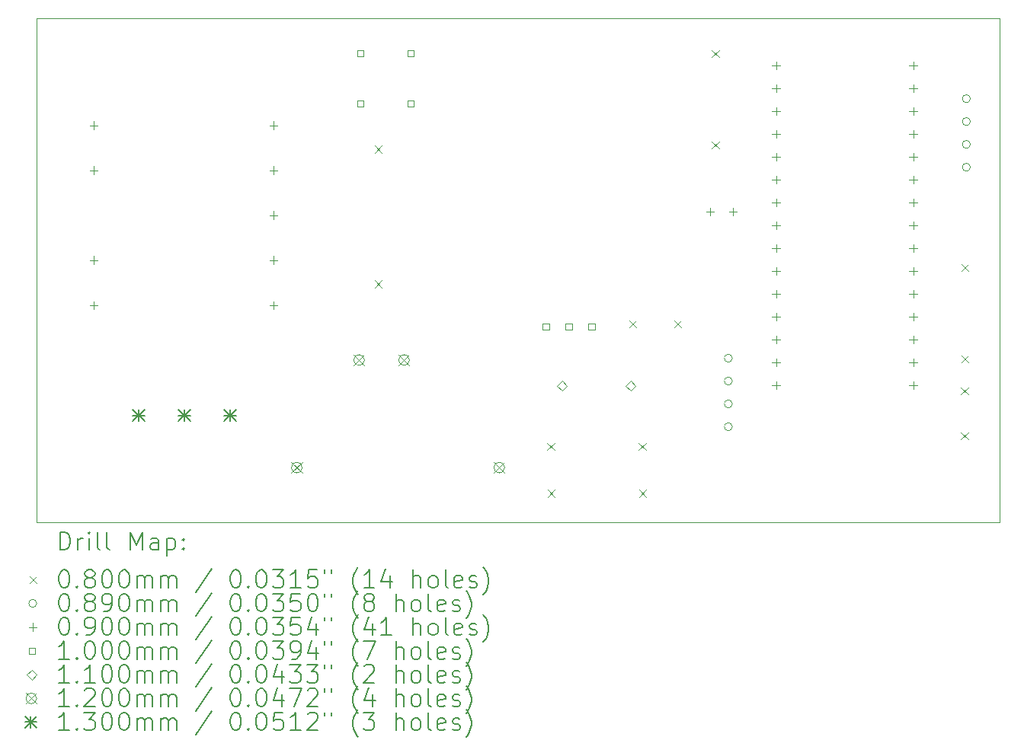
<source format=gbr>
%TF.GenerationSoftware,KiCad,Pcbnew,(6.0.7)*%
%TF.CreationDate,2022-10-25T14:45:11+02:00*%
%TF.ProjectId,Affichage_Temp_Humidite,41666669-6368-4616-9765-5f54656d705f,rev?*%
%TF.SameCoordinates,Original*%
%TF.FileFunction,Drillmap*%
%TF.FilePolarity,Positive*%
%FSLAX45Y45*%
G04 Gerber Fmt 4.5, Leading zero omitted, Abs format (unit mm)*
G04 Created by KiCad (PCBNEW (6.0.7)) date 2022-10-25 14:45:11*
%MOMM*%
%LPD*%
G01*
G04 APERTURE LIST*
%ADD10C,0.050000*%
%ADD11C,0.200000*%
%ADD12C,0.080000*%
%ADD13C,0.089000*%
%ADD14C,0.090000*%
%ADD15C,0.100000*%
%ADD16C,0.110000*%
%ADD17C,0.120000*%
%ADD18C,0.130000*%
G04 APERTURE END LIST*
D10*
X7400000Y-4000000D02*
X18100000Y-4000000D01*
X7400000Y-4000000D02*
X7400000Y-9600000D01*
X7400000Y-9600000D02*
X18100000Y-9600000D01*
X18100000Y-4000000D02*
X18100000Y-9600000D01*
D11*
D12*
X11154000Y-5414000D02*
X11234000Y-5494000D01*
X11234000Y-5414000D02*
X11154000Y-5494000D01*
X11154000Y-6914000D02*
X11234000Y-6994000D01*
X11234000Y-6914000D02*
X11154000Y-6994000D01*
X13072000Y-8720000D02*
X13152000Y-8800000D01*
X13152000Y-8720000D02*
X13072000Y-8800000D01*
X13076000Y-9242000D02*
X13156000Y-9322000D01*
X13156000Y-9242000D02*
X13076000Y-9322000D01*
X13983000Y-7357000D02*
X14063000Y-7437000D01*
X14063000Y-7357000D02*
X13983000Y-7437000D01*
X14088000Y-8720000D02*
X14168000Y-8800000D01*
X14168000Y-8720000D02*
X14088000Y-8800000D01*
X14092000Y-9242000D02*
X14172000Y-9322000D01*
X14172000Y-9242000D02*
X14092000Y-9322000D01*
X14483000Y-7357000D02*
X14563000Y-7437000D01*
X14563000Y-7357000D02*
X14483000Y-7437000D01*
X14900000Y-4352000D02*
X14980000Y-4432000D01*
X14980000Y-4352000D02*
X14900000Y-4432000D01*
X14900000Y-5368000D02*
X14980000Y-5448000D01*
X14980000Y-5368000D02*
X14900000Y-5448000D01*
X17668000Y-8105000D02*
X17748000Y-8185000D01*
X17748000Y-8105000D02*
X17668000Y-8185000D01*
X17668000Y-8605000D02*
X17748000Y-8685000D01*
X17748000Y-8605000D02*
X17668000Y-8685000D01*
X17674000Y-6734000D02*
X17754000Y-6814000D01*
X17754000Y-6734000D02*
X17674000Y-6814000D01*
X17674000Y-7750000D02*
X17754000Y-7830000D01*
X17754000Y-7750000D02*
X17674000Y-7830000D01*
D13*
X15127500Y-7779000D02*
G75*
G03*
X15127500Y-7779000I-44500J0D01*
G01*
X15127500Y-8033000D02*
G75*
G03*
X15127500Y-8033000I-44500J0D01*
G01*
X15127500Y-8287000D02*
G75*
G03*
X15127500Y-8287000I-44500J0D01*
G01*
X15127500Y-8541000D02*
G75*
G03*
X15127500Y-8541000I-44500J0D01*
G01*
X17772500Y-4894000D02*
G75*
G03*
X17772500Y-4894000I-44500J0D01*
G01*
X17772500Y-5148000D02*
G75*
G03*
X17772500Y-5148000I-44500J0D01*
G01*
X17772500Y-5402000D02*
G75*
G03*
X17772500Y-5402000I-44500J0D01*
G01*
X17772500Y-5656000D02*
G75*
G03*
X17772500Y-5656000I-44500J0D01*
G01*
D14*
X8030000Y-5145000D02*
X8030000Y-5235000D01*
X7985000Y-5190000D02*
X8075000Y-5190000D01*
X8030000Y-5645000D02*
X8030000Y-5735000D01*
X7985000Y-5690000D02*
X8075000Y-5690000D01*
X8030000Y-6645000D02*
X8030000Y-6735000D01*
X7985000Y-6690000D02*
X8075000Y-6690000D01*
X8030000Y-7145000D02*
X8030000Y-7235000D01*
X7985000Y-7190000D02*
X8075000Y-7190000D01*
X10030000Y-5145000D02*
X10030000Y-5235000D01*
X9985000Y-5190000D02*
X10075000Y-5190000D01*
X10030000Y-5645000D02*
X10030000Y-5735000D01*
X9985000Y-5690000D02*
X10075000Y-5690000D01*
X10030000Y-6145000D02*
X10030000Y-6235000D01*
X9985000Y-6190000D02*
X10075000Y-6190000D01*
X10030000Y-6645000D02*
X10030000Y-6735000D01*
X9985000Y-6690000D02*
X10075000Y-6690000D01*
X10030000Y-7145000D02*
X10030000Y-7235000D01*
X9985000Y-7190000D02*
X10075000Y-7190000D01*
X14880000Y-6105000D02*
X14880000Y-6195000D01*
X14835000Y-6150000D02*
X14925000Y-6150000D01*
X15134000Y-6105000D02*
X15134000Y-6195000D01*
X15089000Y-6150000D02*
X15179000Y-6150000D01*
X15613500Y-4478000D02*
X15613500Y-4568000D01*
X15568500Y-4523000D02*
X15658500Y-4523000D01*
X15613500Y-4732000D02*
X15613500Y-4822000D01*
X15568500Y-4777000D02*
X15658500Y-4777000D01*
X15613500Y-4986000D02*
X15613500Y-5076000D01*
X15568500Y-5031000D02*
X15658500Y-5031000D01*
X15613500Y-5240000D02*
X15613500Y-5330000D01*
X15568500Y-5285000D02*
X15658500Y-5285000D01*
X15613500Y-5494000D02*
X15613500Y-5584000D01*
X15568500Y-5539000D02*
X15658500Y-5539000D01*
X15613500Y-5748000D02*
X15613500Y-5838000D01*
X15568500Y-5793000D02*
X15658500Y-5793000D01*
X15613500Y-6002000D02*
X15613500Y-6092000D01*
X15568500Y-6047000D02*
X15658500Y-6047000D01*
X15613500Y-6256000D02*
X15613500Y-6346000D01*
X15568500Y-6301000D02*
X15658500Y-6301000D01*
X15613500Y-6510000D02*
X15613500Y-6600000D01*
X15568500Y-6555000D02*
X15658500Y-6555000D01*
X15613500Y-6764000D02*
X15613500Y-6854000D01*
X15568500Y-6809000D02*
X15658500Y-6809000D01*
X15613500Y-7018000D02*
X15613500Y-7108000D01*
X15568500Y-7063000D02*
X15658500Y-7063000D01*
X15613500Y-7272000D02*
X15613500Y-7362000D01*
X15568500Y-7317000D02*
X15658500Y-7317000D01*
X15613500Y-7526000D02*
X15613500Y-7616000D01*
X15568500Y-7571000D02*
X15658500Y-7571000D01*
X15613500Y-7780000D02*
X15613500Y-7870000D01*
X15568500Y-7825000D02*
X15658500Y-7825000D01*
X15613500Y-8034000D02*
X15613500Y-8124000D01*
X15568500Y-8079000D02*
X15658500Y-8079000D01*
X17137500Y-4478000D02*
X17137500Y-4568000D01*
X17092500Y-4523000D02*
X17182500Y-4523000D01*
X17137500Y-4732000D02*
X17137500Y-4822000D01*
X17092500Y-4777000D02*
X17182500Y-4777000D01*
X17137500Y-4986000D02*
X17137500Y-5076000D01*
X17092500Y-5031000D02*
X17182500Y-5031000D01*
X17137500Y-5240000D02*
X17137500Y-5330000D01*
X17092500Y-5285000D02*
X17182500Y-5285000D01*
X17137500Y-5494000D02*
X17137500Y-5584000D01*
X17092500Y-5539000D02*
X17182500Y-5539000D01*
X17137500Y-5748000D02*
X17137500Y-5838000D01*
X17092500Y-5793000D02*
X17182500Y-5793000D01*
X17137500Y-6002000D02*
X17137500Y-6092000D01*
X17092500Y-6047000D02*
X17182500Y-6047000D01*
X17137500Y-6256000D02*
X17137500Y-6346000D01*
X17092500Y-6301000D02*
X17182500Y-6301000D01*
X17137500Y-6510000D02*
X17137500Y-6600000D01*
X17092500Y-6555000D02*
X17182500Y-6555000D01*
X17137500Y-6764000D02*
X17137500Y-6854000D01*
X17092500Y-6809000D02*
X17182500Y-6809000D01*
X17137500Y-7018000D02*
X17137500Y-7108000D01*
X17092500Y-7063000D02*
X17182500Y-7063000D01*
X17137500Y-7272000D02*
X17137500Y-7362000D01*
X17092500Y-7317000D02*
X17182500Y-7317000D01*
X17137500Y-7526000D02*
X17137500Y-7616000D01*
X17092500Y-7571000D02*
X17182500Y-7571000D01*
X17137500Y-7780000D02*
X17137500Y-7870000D01*
X17092500Y-7825000D02*
X17182500Y-7825000D01*
X17137500Y-8034000D02*
X17137500Y-8124000D01*
X17092500Y-8079000D02*
X17182500Y-8079000D01*
D15*
X11031386Y-4424596D02*
X11031386Y-4353884D01*
X10960674Y-4353884D01*
X10960674Y-4424596D01*
X11031386Y-4424596D01*
X11031386Y-4984596D02*
X11031386Y-4913884D01*
X10960674Y-4913884D01*
X10960674Y-4984596D01*
X11031386Y-4984596D01*
X11591386Y-4424596D02*
X11591386Y-4353884D01*
X11520674Y-4353884D01*
X11520674Y-4424596D01*
X11591386Y-4424596D01*
X11591386Y-4984596D02*
X11591386Y-4913884D01*
X11520674Y-4913884D01*
X11520674Y-4984596D01*
X11591386Y-4984596D01*
X13090356Y-7462356D02*
X13090356Y-7391644D01*
X13019644Y-7391644D01*
X13019644Y-7462356D01*
X13090356Y-7462356D01*
X13344356Y-7462356D02*
X13344356Y-7391644D01*
X13273644Y-7391644D01*
X13273644Y-7462356D01*
X13344356Y-7462356D01*
X13598356Y-7462356D02*
X13598356Y-7391644D01*
X13527644Y-7391644D01*
X13527644Y-7462356D01*
X13598356Y-7462356D01*
D16*
X13237000Y-8143000D02*
X13292000Y-8088000D01*
X13237000Y-8033000D01*
X13182000Y-8088000D01*
X13237000Y-8143000D01*
X13999000Y-8143000D02*
X14054000Y-8088000D01*
X13999000Y-8033000D01*
X13944000Y-8088000D01*
X13999000Y-8143000D01*
D17*
X10228000Y-8936000D02*
X10348000Y-9056000D01*
X10348000Y-8936000D02*
X10228000Y-9056000D01*
X10348000Y-8996000D02*
G75*
G03*
X10348000Y-8996000I-60000J0D01*
G01*
X10920000Y-7740000D02*
X11040000Y-7860000D01*
X11040000Y-7740000D02*
X10920000Y-7860000D01*
X11040000Y-7800000D02*
G75*
G03*
X11040000Y-7800000I-60000J0D01*
G01*
X11420000Y-7740000D02*
X11540000Y-7860000D01*
X11540000Y-7740000D02*
X11420000Y-7860000D01*
X11540000Y-7800000D02*
G75*
G03*
X11540000Y-7800000I-60000J0D01*
G01*
X12478000Y-8936000D02*
X12598000Y-9056000D01*
X12598000Y-8936000D02*
X12478000Y-9056000D01*
X12598000Y-8996000D02*
G75*
G03*
X12598000Y-8996000I-60000J0D01*
G01*
D18*
X8465000Y-8352000D02*
X8595000Y-8482000D01*
X8595000Y-8352000D02*
X8465000Y-8482000D01*
X8530000Y-8352000D02*
X8530000Y-8482000D01*
X8465000Y-8417000D02*
X8595000Y-8417000D01*
X8973000Y-8352000D02*
X9103000Y-8482000D01*
X9103000Y-8352000D02*
X8973000Y-8482000D01*
X9038000Y-8352000D02*
X9038000Y-8482000D01*
X8973000Y-8417000D02*
X9103000Y-8417000D01*
X9481000Y-8352000D02*
X9611000Y-8482000D01*
X9611000Y-8352000D02*
X9481000Y-8482000D01*
X9546000Y-8352000D02*
X9546000Y-8482000D01*
X9481000Y-8417000D02*
X9611000Y-8417000D01*
D11*
X7655119Y-9912976D02*
X7655119Y-9712976D01*
X7702738Y-9712976D01*
X7731309Y-9722500D01*
X7750357Y-9741548D01*
X7759881Y-9760595D01*
X7769405Y-9798690D01*
X7769405Y-9827262D01*
X7759881Y-9865357D01*
X7750357Y-9884405D01*
X7731309Y-9903452D01*
X7702738Y-9912976D01*
X7655119Y-9912976D01*
X7855119Y-9912976D02*
X7855119Y-9779643D01*
X7855119Y-9817738D02*
X7864643Y-9798690D01*
X7874167Y-9789167D01*
X7893214Y-9779643D01*
X7912262Y-9779643D01*
X7978928Y-9912976D02*
X7978928Y-9779643D01*
X7978928Y-9712976D02*
X7969405Y-9722500D01*
X7978928Y-9732024D01*
X7988452Y-9722500D01*
X7978928Y-9712976D01*
X7978928Y-9732024D01*
X8102738Y-9912976D02*
X8083690Y-9903452D01*
X8074167Y-9884405D01*
X8074167Y-9712976D01*
X8207500Y-9912976D02*
X8188452Y-9903452D01*
X8178928Y-9884405D01*
X8178928Y-9712976D01*
X8436071Y-9912976D02*
X8436071Y-9712976D01*
X8502738Y-9855833D01*
X8569405Y-9712976D01*
X8569405Y-9912976D01*
X8750357Y-9912976D02*
X8750357Y-9808214D01*
X8740833Y-9789167D01*
X8721786Y-9779643D01*
X8683690Y-9779643D01*
X8664643Y-9789167D01*
X8750357Y-9903452D02*
X8731310Y-9912976D01*
X8683690Y-9912976D01*
X8664643Y-9903452D01*
X8655119Y-9884405D01*
X8655119Y-9865357D01*
X8664643Y-9846310D01*
X8683690Y-9836786D01*
X8731310Y-9836786D01*
X8750357Y-9827262D01*
X8845595Y-9779643D02*
X8845595Y-9979643D01*
X8845595Y-9789167D02*
X8864643Y-9779643D01*
X8902738Y-9779643D01*
X8921786Y-9789167D01*
X8931310Y-9798690D01*
X8940833Y-9817738D01*
X8940833Y-9874881D01*
X8931310Y-9893929D01*
X8921786Y-9903452D01*
X8902738Y-9912976D01*
X8864643Y-9912976D01*
X8845595Y-9903452D01*
X9026548Y-9893929D02*
X9036071Y-9903452D01*
X9026548Y-9912976D01*
X9017024Y-9903452D01*
X9026548Y-9893929D01*
X9026548Y-9912976D01*
X9026548Y-9789167D02*
X9036071Y-9798690D01*
X9026548Y-9808214D01*
X9017024Y-9798690D01*
X9026548Y-9789167D01*
X9026548Y-9808214D01*
D12*
X7317500Y-10202500D02*
X7397500Y-10282500D01*
X7397500Y-10202500D02*
X7317500Y-10282500D01*
D11*
X7693214Y-10132976D02*
X7712262Y-10132976D01*
X7731309Y-10142500D01*
X7740833Y-10152024D01*
X7750357Y-10171071D01*
X7759881Y-10209167D01*
X7759881Y-10256786D01*
X7750357Y-10294881D01*
X7740833Y-10313929D01*
X7731309Y-10323452D01*
X7712262Y-10332976D01*
X7693214Y-10332976D01*
X7674167Y-10323452D01*
X7664643Y-10313929D01*
X7655119Y-10294881D01*
X7645595Y-10256786D01*
X7645595Y-10209167D01*
X7655119Y-10171071D01*
X7664643Y-10152024D01*
X7674167Y-10142500D01*
X7693214Y-10132976D01*
X7845595Y-10313929D02*
X7855119Y-10323452D01*
X7845595Y-10332976D01*
X7836071Y-10323452D01*
X7845595Y-10313929D01*
X7845595Y-10332976D01*
X7969405Y-10218690D02*
X7950357Y-10209167D01*
X7940833Y-10199643D01*
X7931309Y-10180595D01*
X7931309Y-10171071D01*
X7940833Y-10152024D01*
X7950357Y-10142500D01*
X7969405Y-10132976D01*
X8007500Y-10132976D01*
X8026548Y-10142500D01*
X8036071Y-10152024D01*
X8045595Y-10171071D01*
X8045595Y-10180595D01*
X8036071Y-10199643D01*
X8026548Y-10209167D01*
X8007500Y-10218690D01*
X7969405Y-10218690D01*
X7950357Y-10228214D01*
X7940833Y-10237738D01*
X7931309Y-10256786D01*
X7931309Y-10294881D01*
X7940833Y-10313929D01*
X7950357Y-10323452D01*
X7969405Y-10332976D01*
X8007500Y-10332976D01*
X8026548Y-10323452D01*
X8036071Y-10313929D01*
X8045595Y-10294881D01*
X8045595Y-10256786D01*
X8036071Y-10237738D01*
X8026548Y-10228214D01*
X8007500Y-10218690D01*
X8169405Y-10132976D02*
X8188452Y-10132976D01*
X8207500Y-10142500D01*
X8217024Y-10152024D01*
X8226548Y-10171071D01*
X8236071Y-10209167D01*
X8236071Y-10256786D01*
X8226548Y-10294881D01*
X8217024Y-10313929D01*
X8207500Y-10323452D01*
X8188452Y-10332976D01*
X8169405Y-10332976D01*
X8150357Y-10323452D01*
X8140833Y-10313929D01*
X8131309Y-10294881D01*
X8121786Y-10256786D01*
X8121786Y-10209167D01*
X8131309Y-10171071D01*
X8140833Y-10152024D01*
X8150357Y-10142500D01*
X8169405Y-10132976D01*
X8359881Y-10132976D02*
X8378928Y-10132976D01*
X8397976Y-10142500D01*
X8407500Y-10152024D01*
X8417024Y-10171071D01*
X8426548Y-10209167D01*
X8426548Y-10256786D01*
X8417024Y-10294881D01*
X8407500Y-10313929D01*
X8397976Y-10323452D01*
X8378928Y-10332976D01*
X8359881Y-10332976D01*
X8340833Y-10323452D01*
X8331309Y-10313929D01*
X8321786Y-10294881D01*
X8312262Y-10256786D01*
X8312262Y-10209167D01*
X8321786Y-10171071D01*
X8331309Y-10152024D01*
X8340833Y-10142500D01*
X8359881Y-10132976D01*
X8512262Y-10332976D02*
X8512262Y-10199643D01*
X8512262Y-10218690D02*
X8521786Y-10209167D01*
X8540833Y-10199643D01*
X8569405Y-10199643D01*
X8588452Y-10209167D01*
X8597976Y-10228214D01*
X8597976Y-10332976D01*
X8597976Y-10228214D02*
X8607500Y-10209167D01*
X8626548Y-10199643D01*
X8655119Y-10199643D01*
X8674167Y-10209167D01*
X8683690Y-10228214D01*
X8683690Y-10332976D01*
X8778929Y-10332976D02*
X8778929Y-10199643D01*
X8778929Y-10218690D02*
X8788452Y-10209167D01*
X8807500Y-10199643D01*
X8836071Y-10199643D01*
X8855119Y-10209167D01*
X8864643Y-10228214D01*
X8864643Y-10332976D01*
X8864643Y-10228214D02*
X8874167Y-10209167D01*
X8893214Y-10199643D01*
X8921786Y-10199643D01*
X8940833Y-10209167D01*
X8950357Y-10228214D01*
X8950357Y-10332976D01*
X9340833Y-10123452D02*
X9169405Y-10380595D01*
X9597976Y-10132976D02*
X9617024Y-10132976D01*
X9636071Y-10142500D01*
X9645595Y-10152024D01*
X9655119Y-10171071D01*
X9664643Y-10209167D01*
X9664643Y-10256786D01*
X9655119Y-10294881D01*
X9645595Y-10313929D01*
X9636071Y-10323452D01*
X9617024Y-10332976D01*
X9597976Y-10332976D01*
X9578929Y-10323452D01*
X9569405Y-10313929D01*
X9559881Y-10294881D01*
X9550357Y-10256786D01*
X9550357Y-10209167D01*
X9559881Y-10171071D01*
X9569405Y-10152024D01*
X9578929Y-10142500D01*
X9597976Y-10132976D01*
X9750357Y-10313929D02*
X9759881Y-10323452D01*
X9750357Y-10332976D01*
X9740833Y-10323452D01*
X9750357Y-10313929D01*
X9750357Y-10332976D01*
X9883690Y-10132976D02*
X9902738Y-10132976D01*
X9921786Y-10142500D01*
X9931310Y-10152024D01*
X9940833Y-10171071D01*
X9950357Y-10209167D01*
X9950357Y-10256786D01*
X9940833Y-10294881D01*
X9931310Y-10313929D01*
X9921786Y-10323452D01*
X9902738Y-10332976D01*
X9883690Y-10332976D01*
X9864643Y-10323452D01*
X9855119Y-10313929D01*
X9845595Y-10294881D01*
X9836071Y-10256786D01*
X9836071Y-10209167D01*
X9845595Y-10171071D01*
X9855119Y-10152024D01*
X9864643Y-10142500D01*
X9883690Y-10132976D01*
X10017024Y-10132976D02*
X10140833Y-10132976D01*
X10074167Y-10209167D01*
X10102738Y-10209167D01*
X10121786Y-10218690D01*
X10131310Y-10228214D01*
X10140833Y-10247262D01*
X10140833Y-10294881D01*
X10131310Y-10313929D01*
X10121786Y-10323452D01*
X10102738Y-10332976D01*
X10045595Y-10332976D01*
X10026548Y-10323452D01*
X10017024Y-10313929D01*
X10331310Y-10332976D02*
X10217024Y-10332976D01*
X10274167Y-10332976D02*
X10274167Y-10132976D01*
X10255119Y-10161548D01*
X10236071Y-10180595D01*
X10217024Y-10190119D01*
X10512262Y-10132976D02*
X10417024Y-10132976D01*
X10407500Y-10228214D01*
X10417024Y-10218690D01*
X10436071Y-10209167D01*
X10483690Y-10209167D01*
X10502738Y-10218690D01*
X10512262Y-10228214D01*
X10521786Y-10247262D01*
X10521786Y-10294881D01*
X10512262Y-10313929D01*
X10502738Y-10323452D01*
X10483690Y-10332976D01*
X10436071Y-10332976D01*
X10417024Y-10323452D01*
X10407500Y-10313929D01*
X10597976Y-10132976D02*
X10597976Y-10171071D01*
X10674167Y-10132976D02*
X10674167Y-10171071D01*
X10969405Y-10409167D02*
X10959881Y-10399643D01*
X10940833Y-10371071D01*
X10931310Y-10352024D01*
X10921786Y-10323452D01*
X10912262Y-10275833D01*
X10912262Y-10237738D01*
X10921786Y-10190119D01*
X10931310Y-10161548D01*
X10940833Y-10142500D01*
X10959881Y-10113929D01*
X10969405Y-10104405D01*
X11150357Y-10332976D02*
X11036071Y-10332976D01*
X11093214Y-10332976D02*
X11093214Y-10132976D01*
X11074167Y-10161548D01*
X11055119Y-10180595D01*
X11036071Y-10190119D01*
X11321786Y-10199643D02*
X11321786Y-10332976D01*
X11274167Y-10123452D02*
X11226548Y-10266310D01*
X11350357Y-10266310D01*
X11578928Y-10332976D02*
X11578928Y-10132976D01*
X11664643Y-10332976D02*
X11664643Y-10228214D01*
X11655119Y-10209167D01*
X11636071Y-10199643D01*
X11607500Y-10199643D01*
X11588452Y-10209167D01*
X11578928Y-10218690D01*
X11788452Y-10332976D02*
X11769405Y-10323452D01*
X11759881Y-10313929D01*
X11750357Y-10294881D01*
X11750357Y-10237738D01*
X11759881Y-10218690D01*
X11769405Y-10209167D01*
X11788452Y-10199643D01*
X11817024Y-10199643D01*
X11836071Y-10209167D01*
X11845595Y-10218690D01*
X11855119Y-10237738D01*
X11855119Y-10294881D01*
X11845595Y-10313929D01*
X11836071Y-10323452D01*
X11817024Y-10332976D01*
X11788452Y-10332976D01*
X11969405Y-10332976D02*
X11950357Y-10323452D01*
X11940833Y-10304405D01*
X11940833Y-10132976D01*
X12121786Y-10323452D02*
X12102738Y-10332976D01*
X12064643Y-10332976D01*
X12045595Y-10323452D01*
X12036071Y-10304405D01*
X12036071Y-10228214D01*
X12045595Y-10209167D01*
X12064643Y-10199643D01*
X12102738Y-10199643D01*
X12121786Y-10209167D01*
X12131309Y-10228214D01*
X12131309Y-10247262D01*
X12036071Y-10266310D01*
X12207500Y-10323452D02*
X12226548Y-10332976D01*
X12264643Y-10332976D01*
X12283690Y-10323452D01*
X12293214Y-10304405D01*
X12293214Y-10294881D01*
X12283690Y-10275833D01*
X12264643Y-10266310D01*
X12236071Y-10266310D01*
X12217024Y-10256786D01*
X12207500Y-10237738D01*
X12207500Y-10228214D01*
X12217024Y-10209167D01*
X12236071Y-10199643D01*
X12264643Y-10199643D01*
X12283690Y-10209167D01*
X12359881Y-10409167D02*
X12369405Y-10399643D01*
X12388452Y-10371071D01*
X12397976Y-10352024D01*
X12407500Y-10323452D01*
X12417024Y-10275833D01*
X12417024Y-10237738D01*
X12407500Y-10190119D01*
X12397976Y-10161548D01*
X12388452Y-10142500D01*
X12369405Y-10113929D01*
X12359881Y-10104405D01*
D13*
X7397500Y-10506500D02*
G75*
G03*
X7397500Y-10506500I-44500J0D01*
G01*
D11*
X7693214Y-10396976D02*
X7712262Y-10396976D01*
X7731309Y-10406500D01*
X7740833Y-10416024D01*
X7750357Y-10435071D01*
X7759881Y-10473167D01*
X7759881Y-10520786D01*
X7750357Y-10558881D01*
X7740833Y-10577929D01*
X7731309Y-10587452D01*
X7712262Y-10596976D01*
X7693214Y-10596976D01*
X7674167Y-10587452D01*
X7664643Y-10577929D01*
X7655119Y-10558881D01*
X7645595Y-10520786D01*
X7645595Y-10473167D01*
X7655119Y-10435071D01*
X7664643Y-10416024D01*
X7674167Y-10406500D01*
X7693214Y-10396976D01*
X7845595Y-10577929D02*
X7855119Y-10587452D01*
X7845595Y-10596976D01*
X7836071Y-10587452D01*
X7845595Y-10577929D01*
X7845595Y-10596976D01*
X7969405Y-10482690D02*
X7950357Y-10473167D01*
X7940833Y-10463643D01*
X7931309Y-10444595D01*
X7931309Y-10435071D01*
X7940833Y-10416024D01*
X7950357Y-10406500D01*
X7969405Y-10396976D01*
X8007500Y-10396976D01*
X8026548Y-10406500D01*
X8036071Y-10416024D01*
X8045595Y-10435071D01*
X8045595Y-10444595D01*
X8036071Y-10463643D01*
X8026548Y-10473167D01*
X8007500Y-10482690D01*
X7969405Y-10482690D01*
X7950357Y-10492214D01*
X7940833Y-10501738D01*
X7931309Y-10520786D01*
X7931309Y-10558881D01*
X7940833Y-10577929D01*
X7950357Y-10587452D01*
X7969405Y-10596976D01*
X8007500Y-10596976D01*
X8026548Y-10587452D01*
X8036071Y-10577929D01*
X8045595Y-10558881D01*
X8045595Y-10520786D01*
X8036071Y-10501738D01*
X8026548Y-10492214D01*
X8007500Y-10482690D01*
X8140833Y-10596976D02*
X8178928Y-10596976D01*
X8197976Y-10587452D01*
X8207500Y-10577929D01*
X8226548Y-10549357D01*
X8236071Y-10511262D01*
X8236071Y-10435071D01*
X8226548Y-10416024D01*
X8217024Y-10406500D01*
X8197976Y-10396976D01*
X8159881Y-10396976D01*
X8140833Y-10406500D01*
X8131309Y-10416024D01*
X8121786Y-10435071D01*
X8121786Y-10482690D01*
X8131309Y-10501738D01*
X8140833Y-10511262D01*
X8159881Y-10520786D01*
X8197976Y-10520786D01*
X8217024Y-10511262D01*
X8226548Y-10501738D01*
X8236071Y-10482690D01*
X8359881Y-10396976D02*
X8378928Y-10396976D01*
X8397976Y-10406500D01*
X8407500Y-10416024D01*
X8417024Y-10435071D01*
X8426548Y-10473167D01*
X8426548Y-10520786D01*
X8417024Y-10558881D01*
X8407500Y-10577929D01*
X8397976Y-10587452D01*
X8378928Y-10596976D01*
X8359881Y-10596976D01*
X8340833Y-10587452D01*
X8331309Y-10577929D01*
X8321786Y-10558881D01*
X8312262Y-10520786D01*
X8312262Y-10473167D01*
X8321786Y-10435071D01*
X8331309Y-10416024D01*
X8340833Y-10406500D01*
X8359881Y-10396976D01*
X8512262Y-10596976D02*
X8512262Y-10463643D01*
X8512262Y-10482690D02*
X8521786Y-10473167D01*
X8540833Y-10463643D01*
X8569405Y-10463643D01*
X8588452Y-10473167D01*
X8597976Y-10492214D01*
X8597976Y-10596976D01*
X8597976Y-10492214D02*
X8607500Y-10473167D01*
X8626548Y-10463643D01*
X8655119Y-10463643D01*
X8674167Y-10473167D01*
X8683690Y-10492214D01*
X8683690Y-10596976D01*
X8778929Y-10596976D02*
X8778929Y-10463643D01*
X8778929Y-10482690D02*
X8788452Y-10473167D01*
X8807500Y-10463643D01*
X8836071Y-10463643D01*
X8855119Y-10473167D01*
X8864643Y-10492214D01*
X8864643Y-10596976D01*
X8864643Y-10492214D02*
X8874167Y-10473167D01*
X8893214Y-10463643D01*
X8921786Y-10463643D01*
X8940833Y-10473167D01*
X8950357Y-10492214D01*
X8950357Y-10596976D01*
X9340833Y-10387452D02*
X9169405Y-10644595D01*
X9597976Y-10396976D02*
X9617024Y-10396976D01*
X9636071Y-10406500D01*
X9645595Y-10416024D01*
X9655119Y-10435071D01*
X9664643Y-10473167D01*
X9664643Y-10520786D01*
X9655119Y-10558881D01*
X9645595Y-10577929D01*
X9636071Y-10587452D01*
X9617024Y-10596976D01*
X9597976Y-10596976D01*
X9578929Y-10587452D01*
X9569405Y-10577929D01*
X9559881Y-10558881D01*
X9550357Y-10520786D01*
X9550357Y-10473167D01*
X9559881Y-10435071D01*
X9569405Y-10416024D01*
X9578929Y-10406500D01*
X9597976Y-10396976D01*
X9750357Y-10577929D02*
X9759881Y-10587452D01*
X9750357Y-10596976D01*
X9740833Y-10587452D01*
X9750357Y-10577929D01*
X9750357Y-10596976D01*
X9883690Y-10396976D02*
X9902738Y-10396976D01*
X9921786Y-10406500D01*
X9931310Y-10416024D01*
X9940833Y-10435071D01*
X9950357Y-10473167D01*
X9950357Y-10520786D01*
X9940833Y-10558881D01*
X9931310Y-10577929D01*
X9921786Y-10587452D01*
X9902738Y-10596976D01*
X9883690Y-10596976D01*
X9864643Y-10587452D01*
X9855119Y-10577929D01*
X9845595Y-10558881D01*
X9836071Y-10520786D01*
X9836071Y-10473167D01*
X9845595Y-10435071D01*
X9855119Y-10416024D01*
X9864643Y-10406500D01*
X9883690Y-10396976D01*
X10017024Y-10396976D02*
X10140833Y-10396976D01*
X10074167Y-10473167D01*
X10102738Y-10473167D01*
X10121786Y-10482690D01*
X10131310Y-10492214D01*
X10140833Y-10511262D01*
X10140833Y-10558881D01*
X10131310Y-10577929D01*
X10121786Y-10587452D01*
X10102738Y-10596976D01*
X10045595Y-10596976D01*
X10026548Y-10587452D01*
X10017024Y-10577929D01*
X10321786Y-10396976D02*
X10226548Y-10396976D01*
X10217024Y-10492214D01*
X10226548Y-10482690D01*
X10245595Y-10473167D01*
X10293214Y-10473167D01*
X10312262Y-10482690D01*
X10321786Y-10492214D01*
X10331310Y-10511262D01*
X10331310Y-10558881D01*
X10321786Y-10577929D01*
X10312262Y-10587452D01*
X10293214Y-10596976D01*
X10245595Y-10596976D01*
X10226548Y-10587452D01*
X10217024Y-10577929D01*
X10455119Y-10396976D02*
X10474167Y-10396976D01*
X10493214Y-10406500D01*
X10502738Y-10416024D01*
X10512262Y-10435071D01*
X10521786Y-10473167D01*
X10521786Y-10520786D01*
X10512262Y-10558881D01*
X10502738Y-10577929D01*
X10493214Y-10587452D01*
X10474167Y-10596976D01*
X10455119Y-10596976D01*
X10436071Y-10587452D01*
X10426548Y-10577929D01*
X10417024Y-10558881D01*
X10407500Y-10520786D01*
X10407500Y-10473167D01*
X10417024Y-10435071D01*
X10426548Y-10416024D01*
X10436071Y-10406500D01*
X10455119Y-10396976D01*
X10597976Y-10396976D02*
X10597976Y-10435071D01*
X10674167Y-10396976D02*
X10674167Y-10435071D01*
X10969405Y-10673167D02*
X10959881Y-10663643D01*
X10940833Y-10635071D01*
X10931310Y-10616024D01*
X10921786Y-10587452D01*
X10912262Y-10539833D01*
X10912262Y-10501738D01*
X10921786Y-10454119D01*
X10931310Y-10425548D01*
X10940833Y-10406500D01*
X10959881Y-10377929D01*
X10969405Y-10368405D01*
X11074167Y-10482690D02*
X11055119Y-10473167D01*
X11045595Y-10463643D01*
X11036071Y-10444595D01*
X11036071Y-10435071D01*
X11045595Y-10416024D01*
X11055119Y-10406500D01*
X11074167Y-10396976D01*
X11112262Y-10396976D01*
X11131310Y-10406500D01*
X11140833Y-10416024D01*
X11150357Y-10435071D01*
X11150357Y-10444595D01*
X11140833Y-10463643D01*
X11131310Y-10473167D01*
X11112262Y-10482690D01*
X11074167Y-10482690D01*
X11055119Y-10492214D01*
X11045595Y-10501738D01*
X11036071Y-10520786D01*
X11036071Y-10558881D01*
X11045595Y-10577929D01*
X11055119Y-10587452D01*
X11074167Y-10596976D01*
X11112262Y-10596976D01*
X11131310Y-10587452D01*
X11140833Y-10577929D01*
X11150357Y-10558881D01*
X11150357Y-10520786D01*
X11140833Y-10501738D01*
X11131310Y-10492214D01*
X11112262Y-10482690D01*
X11388452Y-10596976D02*
X11388452Y-10396976D01*
X11474167Y-10596976D02*
X11474167Y-10492214D01*
X11464643Y-10473167D01*
X11445595Y-10463643D01*
X11417024Y-10463643D01*
X11397976Y-10473167D01*
X11388452Y-10482690D01*
X11597976Y-10596976D02*
X11578928Y-10587452D01*
X11569405Y-10577929D01*
X11559881Y-10558881D01*
X11559881Y-10501738D01*
X11569405Y-10482690D01*
X11578928Y-10473167D01*
X11597976Y-10463643D01*
X11626548Y-10463643D01*
X11645595Y-10473167D01*
X11655119Y-10482690D01*
X11664643Y-10501738D01*
X11664643Y-10558881D01*
X11655119Y-10577929D01*
X11645595Y-10587452D01*
X11626548Y-10596976D01*
X11597976Y-10596976D01*
X11778928Y-10596976D02*
X11759881Y-10587452D01*
X11750357Y-10568405D01*
X11750357Y-10396976D01*
X11931309Y-10587452D02*
X11912262Y-10596976D01*
X11874167Y-10596976D01*
X11855119Y-10587452D01*
X11845595Y-10568405D01*
X11845595Y-10492214D01*
X11855119Y-10473167D01*
X11874167Y-10463643D01*
X11912262Y-10463643D01*
X11931309Y-10473167D01*
X11940833Y-10492214D01*
X11940833Y-10511262D01*
X11845595Y-10530310D01*
X12017024Y-10587452D02*
X12036071Y-10596976D01*
X12074167Y-10596976D01*
X12093214Y-10587452D01*
X12102738Y-10568405D01*
X12102738Y-10558881D01*
X12093214Y-10539833D01*
X12074167Y-10530310D01*
X12045595Y-10530310D01*
X12026548Y-10520786D01*
X12017024Y-10501738D01*
X12017024Y-10492214D01*
X12026548Y-10473167D01*
X12045595Y-10463643D01*
X12074167Y-10463643D01*
X12093214Y-10473167D01*
X12169405Y-10673167D02*
X12178928Y-10663643D01*
X12197976Y-10635071D01*
X12207500Y-10616024D01*
X12217024Y-10587452D01*
X12226548Y-10539833D01*
X12226548Y-10501738D01*
X12217024Y-10454119D01*
X12207500Y-10425548D01*
X12197976Y-10406500D01*
X12178928Y-10377929D01*
X12169405Y-10368405D01*
D14*
X7352500Y-10725500D02*
X7352500Y-10815500D01*
X7307500Y-10770500D02*
X7397500Y-10770500D01*
D11*
X7693214Y-10660976D02*
X7712262Y-10660976D01*
X7731309Y-10670500D01*
X7740833Y-10680024D01*
X7750357Y-10699071D01*
X7759881Y-10737167D01*
X7759881Y-10784786D01*
X7750357Y-10822881D01*
X7740833Y-10841929D01*
X7731309Y-10851452D01*
X7712262Y-10860976D01*
X7693214Y-10860976D01*
X7674167Y-10851452D01*
X7664643Y-10841929D01*
X7655119Y-10822881D01*
X7645595Y-10784786D01*
X7645595Y-10737167D01*
X7655119Y-10699071D01*
X7664643Y-10680024D01*
X7674167Y-10670500D01*
X7693214Y-10660976D01*
X7845595Y-10841929D02*
X7855119Y-10851452D01*
X7845595Y-10860976D01*
X7836071Y-10851452D01*
X7845595Y-10841929D01*
X7845595Y-10860976D01*
X7950357Y-10860976D02*
X7988452Y-10860976D01*
X8007500Y-10851452D01*
X8017024Y-10841929D01*
X8036071Y-10813357D01*
X8045595Y-10775262D01*
X8045595Y-10699071D01*
X8036071Y-10680024D01*
X8026548Y-10670500D01*
X8007500Y-10660976D01*
X7969405Y-10660976D01*
X7950357Y-10670500D01*
X7940833Y-10680024D01*
X7931309Y-10699071D01*
X7931309Y-10746690D01*
X7940833Y-10765738D01*
X7950357Y-10775262D01*
X7969405Y-10784786D01*
X8007500Y-10784786D01*
X8026548Y-10775262D01*
X8036071Y-10765738D01*
X8045595Y-10746690D01*
X8169405Y-10660976D02*
X8188452Y-10660976D01*
X8207500Y-10670500D01*
X8217024Y-10680024D01*
X8226548Y-10699071D01*
X8236071Y-10737167D01*
X8236071Y-10784786D01*
X8226548Y-10822881D01*
X8217024Y-10841929D01*
X8207500Y-10851452D01*
X8188452Y-10860976D01*
X8169405Y-10860976D01*
X8150357Y-10851452D01*
X8140833Y-10841929D01*
X8131309Y-10822881D01*
X8121786Y-10784786D01*
X8121786Y-10737167D01*
X8131309Y-10699071D01*
X8140833Y-10680024D01*
X8150357Y-10670500D01*
X8169405Y-10660976D01*
X8359881Y-10660976D02*
X8378928Y-10660976D01*
X8397976Y-10670500D01*
X8407500Y-10680024D01*
X8417024Y-10699071D01*
X8426548Y-10737167D01*
X8426548Y-10784786D01*
X8417024Y-10822881D01*
X8407500Y-10841929D01*
X8397976Y-10851452D01*
X8378928Y-10860976D01*
X8359881Y-10860976D01*
X8340833Y-10851452D01*
X8331309Y-10841929D01*
X8321786Y-10822881D01*
X8312262Y-10784786D01*
X8312262Y-10737167D01*
X8321786Y-10699071D01*
X8331309Y-10680024D01*
X8340833Y-10670500D01*
X8359881Y-10660976D01*
X8512262Y-10860976D02*
X8512262Y-10727643D01*
X8512262Y-10746690D02*
X8521786Y-10737167D01*
X8540833Y-10727643D01*
X8569405Y-10727643D01*
X8588452Y-10737167D01*
X8597976Y-10756214D01*
X8597976Y-10860976D01*
X8597976Y-10756214D02*
X8607500Y-10737167D01*
X8626548Y-10727643D01*
X8655119Y-10727643D01*
X8674167Y-10737167D01*
X8683690Y-10756214D01*
X8683690Y-10860976D01*
X8778929Y-10860976D02*
X8778929Y-10727643D01*
X8778929Y-10746690D02*
X8788452Y-10737167D01*
X8807500Y-10727643D01*
X8836071Y-10727643D01*
X8855119Y-10737167D01*
X8864643Y-10756214D01*
X8864643Y-10860976D01*
X8864643Y-10756214D02*
X8874167Y-10737167D01*
X8893214Y-10727643D01*
X8921786Y-10727643D01*
X8940833Y-10737167D01*
X8950357Y-10756214D01*
X8950357Y-10860976D01*
X9340833Y-10651452D02*
X9169405Y-10908595D01*
X9597976Y-10660976D02*
X9617024Y-10660976D01*
X9636071Y-10670500D01*
X9645595Y-10680024D01*
X9655119Y-10699071D01*
X9664643Y-10737167D01*
X9664643Y-10784786D01*
X9655119Y-10822881D01*
X9645595Y-10841929D01*
X9636071Y-10851452D01*
X9617024Y-10860976D01*
X9597976Y-10860976D01*
X9578929Y-10851452D01*
X9569405Y-10841929D01*
X9559881Y-10822881D01*
X9550357Y-10784786D01*
X9550357Y-10737167D01*
X9559881Y-10699071D01*
X9569405Y-10680024D01*
X9578929Y-10670500D01*
X9597976Y-10660976D01*
X9750357Y-10841929D02*
X9759881Y-10851452D01*
X9750357Y-10860976D01*
X9740833Y-10851452D01*
X9750357Y-10841929D01*
X9750357Y-10860976D01*
X9883690Y-10660976D02*
X9902738Y-10660976D01*
X9921786Y-10670500D01*
X9931310Y-10680024D01*
X9940833Y-10699071D01*
X9950357Y-10737167D01*
X9950357Y-10784786D01*
X9940833Y-10822881D01*
X9931310Y-10841929D01*
X9921786Y-10851452D01*
X9902738Y-10860976D01*
X9883690Y-10860976D01*
X9864643Y-10851452D01*
X9855119Y-10841929D01*
X9845595Y-10822881D01*
X9836071Y-10784786D01*
X9836071Y-10737167D01*
X9845595Y-10699071D01*
X9855119Y-10680024D01*
X9864643Y-10670500D01*
X9883690Y-10660976D01*
X10017024Y-10660976D02*
X10140833Y-10660976D01*
X10074167Y-10737167D01*
X10102738Y-10737167D01*
X10121786Y-10746690D01*
X10131310Y-10756214D01*
X10140833Y-10775262D01*
X10140833Y-10822881D01*
X10131310Y-10841929D01*
X10121786Y-10851452D01*
X10102738Y-10860976D01*
X10045595Y-10860976D01*
X10026548Y-10851452D01*
X10017024Y-10841929D01*
X10321786Y-10660976D02*
X10226548Y-10660976D01*
X10217024Y-10756214D01*
X10226548Y-10746690D01*
X10245595Y-10737167D01*
X10293214Y-10737167D01*
X10312262Y-10746690D01*
X10321786Y-10756214D01*
X10331310Y-10775262D01*
X10331310Y-10822881D01*
X10321786Y-10841929D01*
X10312262Y-10851452D01*
X10293214Y-10860976D01*
X10245595Y-10860976D01*
X10226548Y-10851452D01*
X10217024Y-10841929D01*
X10502738Y-10727643D02*
X10502738Y-10860976D01*
X10455119Y-10651452D02*
X10407500Y-10794310D01*
X10531310Y-10794310D01*
X10597976Y-10660976D02*
X10597976Y-10699071D01*
X10674167Y-10660976D02*
X10674167Y-10699071D01*
X10969405Y-10937167D02*
X10959881Y-10927643D01*
X10940833Y-10899071D01*
X10931310Y-10880024D01*
X10921786Y-10851452D01*
X10912262Y-10803833D01*
X10912262Y-10765738D01*
X10921786Y-10718119D01*
X10931310Y-10689548D01*
X10940833Y-10670500D01*
X10959881Y-10641929D01*
X10969405Y-10632405D01*
X11131310Y-10727643D02*
X11131310Y-10860976D01*
X11083690Y-10651452D02*
X11036071Y-10794310D01*
X11159881Y-10794310D01*
X11340833Y-10860976D02*
X11226548Y-10860976D01*
X11283690Y-10860976D02*
X11283690Y-10660976D01*
X11264643Y-10689548D01*
X11245595Y-10708595D01*
X11226548Y-10718119D01*
X11578928Y-10860976D02*
X11578928Y-10660976D01*
X11664643Y-10860976D02*
X11664643Y-10756214D01*
X11655119Y-10737167D01*
X11636071Y-10727643D01*
X11607500Y-10727643D01*
X11588452Y-10737167D01*
X11578928Y-10746690D01*
X11788452Y-10860976D02*
X11769405Y-10851452D01*
X11759881Y-10841929D01*
X11750357Y-10822881D01*
X11750357Y-10765738D01*
X11759881Y-10746690D01*
X11769405Y-10737167D01*
X11788452Y-10727643D01*
X11817024Y-10727643D01*
X11836071Y-10737167D01*
X11845595Y-10746690D01*
X11855119Y-10765738D01*
X11855119Y-10822881D01*
X11845595Y-10841929D01*
X11836071Y-10851452D01*
X11817024Y-10860976D01*
X11788452Y-10860976D01*
X11969405Y-10860976D02*
X11950357Y-10851452D01*
X11940833Y-10832405D01*
X11940833Y-10660976D01*
X12121786Y-10851452D02*
X12102738Y-10860976D01*
X12064643Y-10860976D01*
X12045595Y-10851452D01*
X12036071Y-10832405D01*
X12036071Y-10756214D01*
X12045595Y-10737167D01*
X12064643Y-10727643D01*
X12102738Y-10727643D01*
X12121786Y-10737167D01*
X12131309Y-10756214D01*
X12131309Y-10775262D01*
X12036071Y-10794310D01*
X12207500Y-10851452D02*
X12226548Y-10860976D01*
X12264643Y-10860976D01*
X12283690Y-10851452D01*
X12293214Y-10832405D01*
X12293214Y-10822881D01*
X12283690Y-10803833D01*
X12264643Y-10794310D01*
X12236071Y-10794310D01*
X12217024Y-10784786D01*
X12207500Y-10765738D01*
X12207500Y-10756214D01*
X12217024Y-10737167D01*
X12236071Y-10727643D01*
X12264643Y-10727643D01*
X12283690Y-10737167D01*
X12359881Y-10937167D02*
X12369405Y-10927643D01*
X12388452Y-10899071D01*
X12397976Y-10880024D01*
X12407500Y-10851452D01*
X12417024Y-10803833D01*
X12417024Y-10765738D01*
X12407500Y-10718119D01*
X12397976Y-10689548D01*
X12388452Y-10670500D01*
X12369405Y-10641929D01*
X12359881Y-10632405D01*
D15*
X7382856Y-11069856D02*
X7382856Y-10999144D01*
X7312144Y-10999144D01*
X7312144Y-11069856D01*
X7382856Y-11069856D01*
D11*
X7759881Y-11124976D02*
X7645595Y-11124976D01*
X7702738Y-11124976D02*
X7702738Y-10924976D01*
X7683690Y-10953548D01*
X7664643Y-10972595D01*
X7645595Y-10982119D01*
X7845595Y-11105929D02*
X7855119Y-11115452D01*
X7845595Y-11124976D01*
X7836071Y-11115452D01*
X7845595Y-11105929D01*
X7845595Y-11124976D01*
X7978928Y-10924976D02*
X7997976Y-10924976D01*
X8017024Y-10934500D01*
X8026548Y-10944024D01*
X8036071Y-10963071D01*
X8045595Y-11001167D01*
X8045595Y-11048786D01*
X8036071Y-11086881D01*
X8026548Y-11105929D01*
X8017024Y-11115452D01*
X7997976Y-11124976D01*
X7978928Y-11124976D01*
X7959881Y-11115452D01*
X7950357Y-11105929D01*
X7940833Y-11086881D01*
X7931309Y-11048786D01*
X7931309Y-11001167D01*
X7940833Y-10963071D01*
X7950357Y-10944024D01*
X7959881Y-10934500D01*
X7978928Y-10924976D01*
X8169405Y-10924976D02*
X8188452Y-10924976D01*
X8207500Y-10934500D01*
X8217024Y-10944024D01*
X8226548Y-10963071D01*
X8236071Y-11001167D01*
X8236071Y-11048786D01*
X8226548Y-11086881D01*
X8217024Y-11105929D01*
X8207500Y-11115452D01*
X8188452Y-11124976D01*
X8169405Y-11124976D01*
X8150357Y-11115452D01*
X8140833Y-11105929D01*
X8131309Y-11086881D01*
X8121786Y-11048786D01*
X8121786Y-11001167D01*
X8131309Y-10963071D01*
X8140833Y-10944024D01*
X8150357Y-10934500D01*
X8169405Y-10924976D01*
X8359881Y-10924976D02*
X8378928Y-10924976D01*
X8397976Y-10934500D01*
X8407500Y-10944024D01*
X8417024Y-10963071D01*
X8426548Y-11001167D01*
X8426548Y-11048786D01*
X8417024Y-11086881D01*
X8407500Y-11105929D01*
X8397976Y-11115452D01*
X8378928Y-11124976D01*
X8359881Y-11124976D01*
X8340833Y-11115452D01*
X8331309Y-11105929D01*
X8321786Y-11086881D01*
X8312262Y-11048786D01*
X8312262Y-11001167D01*
X8321786Y-10963071D01*
X8331309Y-10944024D01*
X8340833Y-10934500D01*
X8359881Y-10924976D01*
X8512262Y-11124976D02*
X8512262Y-10991643D01*
X8512262Y-11010690D02*
X8521786Y-11001167D01*
X8540833Y-10991643D01*
X8569405Y-10991643D01*
X8588452Y-11001167D01*
X8597976Y-11020214D01*
X8597976Y-11124976D01*
X8597976Y-11020214D02*
X8607500Y-11001167D01*
X8626548Y-10991643D01*
X8655119Y-10991643D01*
X8674167Y-11001167D01*
X8683690Y-11020214D01*
X8683690Y-11124976D01*
X8778929Y-11124976D02*
X8778929Y-10991643D01*
X8778929Y-11010690D02*
X8788452Y-11001167D01*
X8807500Y-10991643D01*
X8836071Y-10991643D01*
X8855119Y-11001167D01*
X8864643Y-11020214D01*
X8864643Y-11124976D01*
X8864643Y-11020214D02*
X8874167Y-11001167D01*
X8893214Y-10991643D01*
X8921786Y-10991643D01*
X8940833Y-11001167D01*
X8950357Y-11020214D01*
X8950357Y-11124976D01*
X9340833Y-10915452D02*
X9169405Y-11172595D01*
X9597976Y-10924976D02*
X9617024Y-10924976D01*
X9636071Y-10934500D01*
X9645595Y-10944024D01*
X9655119Y-10963071D01*
X9664643Y-11001167D01*
X9664643Y-11048786D01*
X9655119Y-11086881D01*
X9645595Y-11105929D01*
X9636071Y-11115452D01*
X9617024Y-11124976D01*
X9597976Y-11124976D01*
X9578929Y-11115452D01*
X9569405Y-11105929D01*
X9559881Y-11086881D01*
X9550357Y-11048786D01*
X9550357Y-11001167D01*
X9559881Y-10963071D01*
X9569405Y-10944024D01*
X9578929Y-10934500D01*
X9597976Y-10924976D01*
X9750357Y-11105929D02*
X9759881Y-11115452D01*
X9750357Y-11124976D01*
X9740833Y-11115452D01*
X9750357Y-11105929D01*
X9750357Y-11124976D01*
X9883690Y-10924976D02*
X9902738Y-10924976D01*
X9921786Y-10934500D01*
X9931310Y-10944024D01*
X9940833Y-10963071D01*
X9950357Y-11001167D01*
X9950357Y-11048786D01*
X9940833Y-11086881D01*
X9931310Y-11105929D01*
X9921786Y-11115452D01*
X9902738Y-11124976D01*
X9883690Y-11124976D01*
X9864643Y-11115452D01*
X9855119Y-11105929D01*
X9845595Y-11086881D01*
X9836071Y-11048786D01*
X9836071Y-11001167D01*
X9845595Y-10963071D01*
X9855119Y-10944024D01*
X9864643Y-10934500D01*
X9883690Y-10924976D01*
X10017024Y-10924976D02*
X10140833Y-10924976D01*
X10074167Y-11001167D01*
X10102738Y-11001167D01*
X10121786Y-11010690D01*
X10131310Y-11020214D01*
X10140833Y-11039262D01*
X10140833Y-11086881D01*
X10131310Y-11105929D01*
X10121786Y-11115452D01*
X10102738Y-11124976D01*
X10045595Y-11124976D01*
X10026548Y-11115452D01*
X10017024Y-11105929D01*
X10236071Y-11124976D02*
X10274167Y-11124976D01*
X10293214Y-11115452D01*
X10302738Y-11105929D01*
X10321786Y-11077357D01*
X10331310Y-11039262D01*
X10331310Y-10963071D01*
X10321786Y-10944024D01*
X10312262Y-10934500D01*
X10293214Y-10924976D01*
X10255119Y-10924976D01*
X10236071Y-10934500D01*
X10226548Y-10944024D01*
X10217024Y-10963071D01*
X10217024Y-11010690D01*
X10226548Y-11029738D01*
X10236071Y-11039262D01*
X10255119Y-11048786D01*
X10293214Y-11048786D01*
X10312262Y-11039262D01*
X10321786Y-11029738D01*
X10331310Y-11010690D01*
X10502738Y-10991643D02*
X10502738Y-11124976D01*
X10455119Y-10915452D02*
X10407500Y-11058310D01*
X10531310Y-11058310D01*
X10597976Y-10924976D02*
X10597976Y-10963071D01*
X10674167Y-10924976D02*
X10674167Y-10963071D01*
X10969405Y-11201167D02*
X10959881Y-11191643D01*
X10940833Y-11163071D01*
X10931310Y-11144024D01*
X10921786Y-11115452D01*
X10912262Y-11067833D01*
X10912262Y-11029738D01*
X10921786Y-10982119D01*
X10931310Y-10953548D01*
X10940833Y-10934500D01*
X10959881Y-10905929D01*
X10969405Y-10896405D01*
X11026548Y-10924976D02*
X11159881Y-10924976D01*
X11074167Y-11124976D01*
X11388452Y-11124976D02*
X11388452Y-10924976D01*
X11474167Y-11124976D02*
X11474167Y-11020214D01*
X11464643Y-11001167D01*
X11445595Y-10991643D01*
X11417024Y-10991643D01*
X11397976Y-11001167D01*
X11388452Y-11010690D01*
X11597976Y-11124976D02*
X11578928Y-11115452D01*
X11569405Y-11105929D01*
X11559881Y-11086881D01*
X11559881Y-11029738D01*
X11569405Y-11010690D01*
X11578928Y-11001167D01*
X11597976Y-10991643D01*
X11626548Y-10991643D01*
X11645595Y-11001167D01*
X11655119Y-11010690D01*
X11664643Y-11029738D01*
X11664643Y-11086881D01*
X11655119Y-11105929D01*
X11645595Y-11115452D01*
X11626548Y-11124976D01*
X11597976Y-11124976D01*
X11778928Y-11124976D02*
X11759881Y-11115452D01*
X11750357Y-11096405D01*
X11750357Y-10924976D01*
X11931309Y-11115452D02*
X11912262Y-11124976D01*
X11874167Y-11124976D01*
X11855119Y-11115452D01*
X11845595Y-11096405D01*
X11845595Y-11020214D01*
X11855119Y-11001167D01*
X11874167Y-10991643D01*
X11912262Y-10991643D01*
X11931309Y-11001167D01*
X11940833Y-11020214D01*
X11940833Y-11039262D01*
X11845595Y-11058310D01*
X12017024Y-11115452D02*
X12036071Y-11124976D01*
X12074167Y-11124976D01*
X12093214Y-11115452D01*
X12102738Y-11096405D01*
X12102738Y-11086881D01*
X12093214Y-11067833D01*
X12074167Y-11058310D01*
X12045595Y-11058310D01*
X12026548Y-11048786D01*
X12017024Y-11029738D01*
X12017024Y-11020214D01*
X12026548Y-11001167D01*
X12045595Y-10991643D01*
X12074167Y-10991643D01*
X12093214Y-11001167D01*
X12169405Y-11201167D02*
X12178928Y-11191643D01*
X12197976Y-11163071D01*
X12207500Y-11144024D01*
X12217024Y-11115452D01*
X12226548Y-11067833D01*
X12226548Y-11029738D01*
X12217024Y-10982119D01*
X12207500Y-10953548D01*
X12197976Y-10934500D01*
X12178928Y-10905929D01*
X12169405Y-10896405D01*
D16*
X7342500Y-11353500D02*
X7397500Y-11298500D01*
X7342500Y-11243500D01*
X7287500Y-11298500D01*
X7342500Y-11353500D01*
D11*
X7759881Y-11388976D02*
X7645595Y-11388976D01*
X7702738Y-11388976D02*
X7702738Y-11188976D01*
X7683690Y-11217548D01*
X7664643Y-11236595D01*
X7645595Y-11246119D01*
X7845595Y-11369928D02*
X7855119Y-11379452D01*
X7845595Y-11388976D01*
X7836071Y-11379452D01*
X7845595Y-11369928D01*
X7845595Y-11388976D01*
X8045595Y-11388976D02*
X7931309Y-11388976D01*
X7988452Y-11388976D02*
X7988452Y-11188976D01*
X7969405Y-11217548D01*
X7950357Y-11236595D01*
X7931309Y-11246119D01*
X8169405Y-11188976D02*
X8188452Y-11188976D01*
X8207500Y-11198500D01*
X8217024Y-11208024D01*
X8226548Y-11227071D01*
X8236071Y-11265167D01*
X8236071Y-11312786D01*
X8226548Y-11350881D01*
X8217024Y-11369928D01*
X8207500Y-11379452D01*
X8188452Y-11388976D01*
X8169405Y-11388976D01*
X8150357Y-11379452D01*
X8140833Y-11369928D01*
X8131309Y-11350881D01*
X8121786Y-11312786D01*
X8121786Y-11265167D01*
X8131309Y-11227071D01*
X8140833Y-11208024D01*
X8150357Y-11198500D01*
X8169405Y-11188976D01*
X8359881Y-11188976D02*
X8378928Y-11188976D01*
X8397976Y-11198500D01*
X8407500Y-11208024D01*
X8417024Y-11227071D01*
X8426548Y-11265167D01*
X8426548Y-11312786D01*
X8417024Y-11350881D01*
X8407500Y-11369928D01*
X8397976Y-11379452D01*
X8378928Y-11388976D01*
X8359881Y-11388976D01*
X8340833Y-11379452D01*
X8331309Y-11369928D01*
X8321786Y-11350881D01*
X8312262Y-11312786D01*
X8312262Y-11265167D01*
X8321786Y-11227071D01*
X8331309Y-11208024D01*
X8340833Y-11198500D01*
X8359881Y-11188976D01*
X8512262Y-11388976D02*
X8512262Y-11255643D01*
X8512262Y-11274690D02*
X8521786Y-11265167D01*
X8540833Y-11255643D01*
X8569405Y-11255643D01*
X8588452Y-11265167D01*
X8597976Y-11284214D01*
X8597976Y-11388976D01*
X8597976Y-11284214D02*
X8607500Y-11265167D01*
X8626548Y-11255643D01*
X8655119Y-11255643D01*
X8674167Y-11265167D01*
X8683690Y-11284214D01*
X8683690Y-11388976D01*
X8778929Y-11388976D02*
X8778929Y-11255643D01*
X8778929Y-11274690D02*
X8788452Y-11265167D01*
X8807500Y-11255643D01*
X8836071Y-11255643D01*
X8855119Y-11265167D01*
X8864643Y-11284214D01*
X8864643Y-11388976D01*
X8864643Y-11284214D02*
X8874167Y-11265167D01*
X8893214Y-11255643D01*
X8921786Y-11255643D01*
X8940833Y-11265167D01*
X8950357Y-11284214D01*
X8950357Y-11388976D01*
X9340833Y-11179452D02*
X9169405Y-11436595D01*
X9597976Y-11188976D02*
X9617024Y-11188976D01*
X9636071Y-11198500D01*
X9645595Y-11208024D01*
X9655119Y-11227071D01*
X9664643Y-11265167D01*
X9664643Y-11312786D01*
X9655119Y-11350881D01*
X9645595Y-11369928D01*
X9636071Y-11379452D01*
X9617024Y-11388976D01*
X9597976Y-11388976D01*
X9578929Y-11379452D01*
X9569405Y-11369928D01*
X9559881Y-11350881D01*
X9550357Y-11312786D01*
X9550357Y-11265167D01*
X9559881Y-11227071D01*
X9569405Y-11208024D01*
X9578929Y-11198500D01*
X9597976Y-11188976D01*
X9750357Y-11369928D02*
X9759881Y-11379452D01*
X9750357Y-11388976D01*
X9740833Y-11379452D01*
X9750357Y-11369928D01*
X9750357Y-11388976D01*
X9883690Y-11188976D02*
X9902738Y-11188976D01*
X9921786Y-11198500D01*
X9931310Y-11208024D01*
X9940833Y-11227071D01*
X9950357Y-11265167D01*
X9950357Y-11312786D01*
X9940833Y-11350881D01*
X9931310Y-11369928D01*
X9921786Y-11379452D01*
X9902738Y-11388976D01*
X9883690Y-11388976D01*
X9864643Y-11379452D01*
X9855119Y-11369928D01*
X9845595Y-11350881D01*
X9836071Y-11312786D01*
X9836071Y-11265167D01*
X9845595Y-11227071D01*
X9855119Y-11208024D01*
X9864643Y-11198500D01*
X9883690Y-11188976D01*
X10121786Y-11255643D02*
X10121786Y-11388976D01*
X10074167Y-11179452D02*
X10026548Y-11322309D01*
X10150357Y-11322309D01*
X10207500Y-11188976D02*
X10331310Y-11188976D01*
X10264643Y-11265167D01*
X10293214Y-11265167D01*
X10312262Y-11274690D01*
X10321786Y-11284214D01*
X10331310Y-11303262D01*
X10331310Y-11350881D01*
X10321786Y-11369928D01*
X10312262Y-11379452D01*
X10293214Y-11388976D01*
X10236071Y-11388976D01*
X10217024Y-11379452D01*
X10207500Y-11369928D01*
X10397976Y-11188976D02*
X10521786Y-11188976D01*
X10455119Y-11265167D01*
X10483690Y-11265167D01*
X10502738Y-11274690D01*
X10512262Y-11284214D01*
X10521786Y-11303262D01*
X10521786Y-11350881D01*
X10512262Y-11369928D01*
X10502738Y-11379452D01*
X10483690Y-11388976D01*
X10426548Y-11388976D01*
X10407500Y-11379452D01*
X10397976Y-11369928D01*
X10597976Y-11188976D02*
X10597976Y-11227071D01*
X10674167Y-11188976D02*
X10674167Y-11227071D01*
X10969405Y-11465167D02*
X10959881Y-11455643D01*
X10940833Y-11427071D01*
X10931310Y-11408024D01*
X10921786Y-11379452D01*
X10912262Y-11331833D01*
X10912262Y-11293738D01*
X10921786Y-11246119D01*
X10931310Y-11217548D01*
X10940833Y-11198500D01*
X10959881Y-11169929D01*
X10969405Y-11160405D01*
X11036071Y-11208024D02*
X11045595Y-11198500D01*
X11064643Y-11188976D01*
X11112262Y-11188976D01*
X11131310Y-11198500D01*
X11140833Y-11208024D01*
X11150357Y-11227071D01*
X11150357Y-11246119D01*
X11140833Y-11274690D01*
X11026548Y-11388976D01*
X11150357Y-11388976D01*
X11388452Y-11388976D02*
X11388452Y-11188976D01*
X11474167Y-11388976D02*
X11474167Y-11284214D01*
X11464643Y-11265167D01*
X11445595Y-11255643D01*
X11417024Y-11255643D01*
X11397976Y-11265167D01*
X11388452Y-11274690D01*
X11597976Y-11388976D02*
X11578928Y-11379452D01*
X11569405Y-11369928D01*
X11559881Y-11350881D01*
X11559881Y-11293738D01*
X11569405Y-11274690D01*
X11578928Y-11265167D01*
X11597976Y-11255643D01*
X11626548Y-11255643D01*
X11645595Y-11265167D01*
X11655119Y-11274690D01*
X11664643Y-11293738D01*
X11664643Y-11350881D01*
X11655119Y-11369928D01*
X11645595Y-11379452D01*
X11626548Y-11388976D01*
X11597976Y-11388976D01*
X11778928Y-11388976D02*
X11759881Y-11379452D01*
X11750357Y-11360405D01*
X11750357Y-11188976D01*
X11931309Y-11379452D02*
X11912262Y-11388976D01*
X11874167Y-11388976D01*
X11855119Y-11379452D01*
X11845595Y-11360405D01*
X11845595Y-11284214D01*
X11855119Y-11265167D01*
X11874167Y-11255643D01*
X11912262Y-11255643D01*
X11931309Y-11265167D01*
X11940833Y-11284214D01*
X11940833Y-11303262D01*
X11845595Y-11322309D01*
X12017024Y-11379452D02*
X12036071Y-11388976D01*
X12074167Y-11388976D01*
X12093214Y-11379452D01*
X12102738Y-11360405D01*
X12102738Y-11350881D01*
X12093214Y-11331833D01*
X12074167Y-11322309D01*
X12045595Y-11322309D01*
X12026548Y-11312786D01*
X12017024Y-11293738D01*
X12017024Y-11284214D01*
X12026548Y-11265167D01*
X12045595Y-11255643D01*
X12074167Y-11255643D01*
X12093214Y-11265167D01*
X12169405Y-11465167D02*
X12178928Y-11455643D01*
X12197976Y-11427071D01*
X12207500Y-11408024D01*
X12217024Y-11379452D01*
X12226548Y-11331833D01*
X12226548Y-11293738D01*
X12217024Y-11246119D01*
X12207500Y-11217548D01*
X12197976Y-11198500D01*
X12178928Y-11169929D01*
X12169405Y-11160405D01*
D17*
X7277500Y-11502500D02*
X7397500Y-11622500D01*
X7397500Y-11502500D02*
X7277500Y-11622500D01*
X7397500Y-11562500D02*
G75*
G03*
X7397500Y-11562500I-60000J0D01*
G01*
D11*
X7759881Y-11652976D02*
X7645595Y-11652976D01*
X7702738Y-11652976D02*
X7702738Y-11452976D01*
X7683690Y-11481548D01*
X7664643Y-11500595D01*
X7645595Y-11510119D01*
X7845595Y-11633928D02*
X7855119Y-11643452D01*
X7845595Y-11652976D01*
X7836071Y-11643452D01*
X7845595Y-11633928D01*
X7845595Y-11652976D01*
X7931309Y-11472024D02*
X7940833Y-11462500D01*
X7959881Y-11452976D01*
X8007500Y-11452976D01*
X8026548Y-11462500D01*
X8036071Y-11472024D01*
X8045595Y-11491071D01*
X8045595Y-11510119D01*
X8036071Y-11538690D01*
X7921786Y-11652976D01*
X8045595Y-11652976D01*
X8169405Y-11452976D02*
X8188452Y-11452976D01*
X8207500Y-11462500D01*
X8217024Y-11472024D01*
X8226548Y-11491071D01*
X8236071Y-11529167D01*
X8236071Y-11576786D01*
X8226548Y-11614881D01*
X8217024Y-11633928D01*
X8207500Y-11643452D01*
X8188452Y-11652976D01*
X8169405Y-11652976D01*
X8150357Y-11643452D01*
X8140833Y-11633928D01*
X8131309Y-11614881D01*
X8121786Y-11576786D01*
X8121786Y-11529167D01*
X8131309Y-11491071D01*
X8140833Y-11472024D01*
X8150357Y-11462500D01*
X8169405Y-11452976D01*
X8359881Y-11452976D02*
X8378928Y-11452976D01*
X8397976Y-11462500D01*
X8407500Y-11472024D01*
X8417024Y-11491071D01*
X8426548Y-11529167D01*
X8426548Y-11576786D01*
X8417024Y-11614881D01*
X8407500Y-11633928D01*
X8397976Y-11643452D01*
X8378928Y-11652976D01*
X8359881Y-11652976D01*
X8340833Y-11643452D01*
X8331309Y-11633928D01*
X8321786Y-11614881D01*
X8312262Y-11576786D01*
X8312262Y-11529167D01*
X8321786Y-11491071D01*
X8331309Y-11472024D01*
X8340833Y-11462500D01*
X8359881Y-11452976D01*
X8512262Y-11652976D02*
X8512262Y-11519643D01*
X8512262Y-11538690D02*
X8521786Y-11529167D01*
X8540833Y-11519643D01*
X8569405Y-11519643D01*
X8588452Y-11529167D01*
X8597976Y-11548214D01*
X8597976Y-11652976D01*
X8597976Y-11548214D02*
X8607500Y-11529167D01*
X8626548Y-11519643D01*
X8655119Y-11519643D01*
X8674167Y-11529167D01*
X8683690Y-11548214D01*
X8683690Y-11652976D01*
X8778929Y-11652976D02*
X8778929Y-11519643D01*
X8778929Y-11538690D02*
X8788452Y-11529167D01*
X8807500Y-11519643D01*
X8836071Y-11519643D01*
X8855119Y-11529167D01*
X8864643Y-11548214D01*
X8864643Y-11652976D01*
X8864643Y-11548214D02*
X8874167Y-11529167D01*
X8893214Y-11519643D01*
X8921786Y-11519643D01*
X8940833Y-11529167D01*
X8950357Y-11548214D01*
X8950357Y-11652976D01*
X9340833Y-11443452D02*
X9169405Y-11700595D01*
X9597976Y-11452976D02*
X9617024Y-11452976D01*
X9636071Y-11462500D01*
X9645595Y-11472024D01*
X9655119Y-11491071D01*
X9664643Y-11529167D01*
X9664643Y-11576786D01*
X9655119Y-11614881D01*
X9645595Y-11633928D01*
X9636071Y-11643452D01*
X9617024Y-11652976D01*
X9597976Y-11652976D01*
X9578929Y-11643452D01*
X9569405Y-11633928D01*
X9559881Y-11614881D01*
X9550357Y-11576786D01*
X9550357Y-11529167D01*
X9559881Y-11491071D01*
X9569405Y-11472024D01*
X9578929Y-11462500D01*
X9597976Y-11452976D01*
X9750357Y-11633928D02*
X9759881Y-11643452D01*
X9750357Y-11652976D01*
X9740833Y-11643452D01*
X9750357Y-11633928D01*
X9750357Y-11652976D01*
X9883690Y-11452976D02*
X9902738Y-11452976D01*
X9921786Y-11462500D01*
X9931310Y-11472024D01*
X9940833Y-11491071D01*
X9950357Y-11529167D01*
X9950357Y-11576786D01*
X9940833Y-11614881D01*
X9931310Y-11633928D01*
X9921786Y-11643452D01*
X9902738Y-11652976D01*
X9883690Y-11652976D01*
X9864643Y-11643452D01*
X9855119Y-11633928D01*
X9845595Y-11614881D01*
X9836071Y-11576786D01*
X9836071Y-11529167D01*
X9845595Y-11491071D01*
X9855119Y-11472024D01*
X9864643Y-11462500D01*
X9883690Y-11452976D01*
X10121786Y-11519643D02*
X10121786Y-11652976D01*
X10074167Y-11443452D02*
X10026548Y-11586309D01*
X10150357Y-11586309D01*
X10207500Y-11452976D02*
X10340833Y-11452976D01*
X10255119Y-11652976D01*
X10407500Y-11472024D02*
X10417024Y-11462500D01*
X10436071Y-11452976D01*
X10483690Y-11452976D01*
X10502738Y-11462500D01*
X10512262Y-11472024D01*
X10521786Y-11491071D01*
X10521786Y-11510119D01*
X10512262Y-11538690D01*
X10397976Y-11652976D01*
X10521786Y-11652976D01*
X10597976Y-11452976D02*
X10597976Y-11491071D01*
X10674167Y-11452976D02*
X10674167Y-11491071D01*
X10969405Y-11729167D02*
X10959881Y-11719643D01*
X10940833Y-11691071D01*
X10931310Y-11672024D01*
X10921786Y-11643452D01*
X10912262Y-11595833D01*
X10912262Y-11557738D01*
X10921786Y-11510119D01*
X10931310Y-11481548D01*
X10940833Y-11462500D01*
X10959881Y-11433928D01*
X10969405Y-11424405D01*
X11131310Y-11519643D02*
X11131310Y-11652976D01*
X11083690Y-11443452D02*
X11036071Y-11586309D01*
X11159881Y-11586309D01*
X11388452Y-11652976D02*
X11388452Y-11452976D01*
X11474167Y-11652976D02*
X11474167Y-11548214D01*
X11464643Y-11529167D01*
X11445595Y-11519643D01*
X11417024Y-11519643D01*
X11397976Y-11529167D01*
X11388452Y-11538690D01*
X11597976Y-11652976D02*
X11578928Y-11643452D01*
X11569405Y-11633928D01*
X11559881Y-11614881D01*
X11559881Y-11557738D01*
X11569405Y-11538690D01*
X11578928Y-11529167D01*
X11597976Y-11519643D01*
X11626548Y-11519643D01*
X11645595Y-11529167D01*
X11655119Y-11538690D01*
X11664643Y-11557738D01*
X11664643Y-11614881D01*
X11655119Y-11633928D01*
X11645595Y-11643452D01*
X11626548Y-11652976D01*
X11597976Y-11652976D01*
X11778928Y-11652976D02*
X11759881Y-11643452D01*
X11750357Y-11624405D01*
X11750357Y-11452976D01*
X11931309Y-11643452D02*
X11912262Y-11652976D01*
X11874167Y-11652976D01*
X11855119Y-11643452D01*
X11845595Y-11624405D01*
X11845595Y-11548214D01*
X11855119Y-11529167D01*
X11874167Y-11519643D01*
X11912262Y-11519643D01*
X11931309Y-11529167D01*
X11940833Y-11548214D01*
X11940833Y-11567262D01*
X11845595Y-11586309D01*
X12017024Y-11643452D02*
X12036071Y-11652976D01*
X12074167Y-11652976D01*
X12093214Y-11643452D01*
X12102738Y-11624405D01*
X12102738Y-11614881D01*
X12093214Y-11595833D01*
X12074167Y-11586309D01*
X12045595Y-11586309D01*
X12026548Y-11576786D01*
X12017024Y-11557738D01*
X12017024Y-11548214D01*
X12026548Y-11529167D01*
X12045595Y-11519643D01*
X12074167Y-11519643D01*
X12093214Y-11529167D01*
X12169405Y-11729167D02*
X12178928Y-11719643D01*
X12197976Y-11691071D01*
X12207500Y-11672024D01*
X12217024Y-11643452D01*
X12226548Y-11595833D01*
X12226548Y-11557738D01*
X12217024Y-11510119D01*
X12207500Y-11481548D01*
X12197976Y-11462500D01*
X12178928Y-11433928D01*
X12169405Y-11424405D01*
D18*
X7267500Y-11761500D02*
X7397500Y-11891500D01*
X7397500Y-11761500D02*
X7267500Y-11891500D01*
X7332500Y-11761500D02*
X7332500Y-11891500D01*
X7267500Y-11826500D02*
X7397500Y-11826500D01*
D11*
X7759881Y-11916976D02*
X7645595Y-11916976D01*
X7702738Y-11916976D02*
X7702738Y-11716976D01*
X7683690Y-11745548D01*
X7664643Y-11764595D01*
X7645595Y-11774119D01*
X7845595Y-11897928D02*
X7855119Y-11907452D01*
X7845595Y-11916976D01*
X7836071Y-11907452D01*
X7845595Y-11897928D01*
X7845595Y-11916976D01*
X7921786Y-11716976D02*
X8045595Y-11716976D01*
X7978928Y-11793167D01*
X8007500Y-11793167D01*
X8026548Y-11802690D01*
X8036071Y-11812214D01*
X8045595Y-11831262D01*
X8045595Y-11878881D01*
X8036071Y-11897928D01*
X8026548Y-11907452D01*
X8007500Y-11916976D01*
X7950357Y-11916976D01*
X7931309Y-11907452D01*
X7921786Y-11897928D01*
X8169405Y-11716976D02*
X8188452Y-11716976D01*
X8207500Y-11726500D01*
X8217024Y-11736024D01*
X8226548Y-11755071D01*
X8236071Y-11793167D01*
X8236071Y-11840786D01*
X8226548Y-11878881D01*
X8217024Y-11897928D01*
X8207500Y-11907452D01*
X8188452Y-11916976D01*
X8169405Y-11916976D01*
X8150357Y-11907452D01*
X8140833Y-11897928D01*
X8131309Y-11878881D01*
X8121786Y-11840786D01*
X8121786Y-11793167D01*
X8131309Y-11755071D01*
X8140833Y-11736024D01*
X8150357Y-11726500D01*
X8169405Y-11716976D01*
X8359881Y-11716976D02*
X8378928Y-11716976D01*
X8397976Y-11726500D01*
X8407500Y-11736024D01*
X8417024Y-11755071D01*
X8426548Y-11793167D01*
X8426548Y-11840786D01*
X8417024Y-11878881D01*
X8407500Y-11897928D01*
X8397976Y-11907452D01*
X8378928Y-11916976D01*
X8359881Y-11916976D01*
X8340833Y-11907452D01*
X8331309Y-11897928D01*
X8321786Y-11878881D01*
X8312262Y-11840786D01*
X8312262Y-11793167D01*
X8321786Y-11755071D01*
X8331309Y-11736024D01*
X8340833Y-11726500D01*
X8359881Y-11716976D01*
X8512262Y-11916976D02*
X8512262Y-11783643D01*
X8512262Y-11802690D02*
X8521786Y-11793167D01*
X8540833Y-11783643D01*
X8569405Y-11783643D01*
X8588452Y-11793167D01*
X8597976Y-11812214D01*
X8597976Y-11916976D01*
X8597976Y-11812214D02*
X8607500Y-11793167D01*
X8626548Y-11783643D01*
X8655119Y-11783643D01*
X8674167Y-11793167D01*
X8683690Y-11812214D01*
X8683690Y-11916976D01*
X8778929Y-11916976D02*
X8778929Y-11783643D01*
X8778929Y-11802690D02*
X8788452Y-11793167D01*
X8807500Y-11783643D01*
X8836071Y-11783643D01*
X8855119Y-11793167D01*
X8864643Y-11812214D01*
X8864643Y-11916976D01*
X8864643Y-11812214D02*
X8874167Y-11793167D01*
X8893214Y-11783643D01*
X8921786Y-11783643D01*
X8940833Y-11793167D01*
X8950357Y-11812214D01*
X8950357Y-11916976D01*
X9340833Y-11707452D02*
X9169405Y-11964595D01*
X9597976Y-11716976D02*
X9617024Y-11716976D01*
X9636071Y-11726500D01*
X9645595Y-11736024D01*
X9655119Y-11755071D01*
X9664643Y-11793167D01*
X9664643Y-11840786D01*
X9655119Y-11878881D01*
X9645595Y-11897928D01*
X9636071Y-11907452D01*
X9617024Y-11916976D01*
X9597976Y-11916976D01*
X9578929Y-11907452D01*
X9569405Y-11897928D01*
X9559881Y-11878881D01*
X9550357Y-11840786D01*
X9550357Y-11793167D01*
X9559881Y-11755071D01*
X9569405Y-11736024D01*
X9578929Y-11726500D01*
X9597976Y-11716976D01*
X9750357Y-11897928D02*
X9759881Y-11907452D01*
X9750357Y-11916976D01*
X9740833Y-11907452D01*
X9750357Y-11897928D01*
X9750357Y-11916976D01*
X9883690Y-11716976D02*
X9902738Y-11716976D01*
X9921786Y-11726500D01*
X9931310Y-11736024D01*
X9940833Y-11755071D01*
X9950357Y-11793167D01*
X9950357Y-11840786D01*
X9940833Y-11878881D01*
X9931310Y-11897928D01*
X9921786Y-11907452D01*
X9902738Y-11916976D01*
X9883690Y-11916976D01*
X9864643Y-11907452D01*
X9855119Y-11897928D01*
X9845595Y-11878881D01*
X9836071Y-11840786D01*
X9836071Y-11793167D01*
X9845595Y-11755071D01*
X9855119Y-11736024D01*
X9864643Y-11726500D01*
X9883690Y-11716976D01*
X10131310Y-11716976D02*
X10036071Y-11716976D01*
X10026548Y-11812214D01*
X10036071Y-11802690D01*
X10055119Y-11793167D01*
X10102738Y-11793167D01*
X10121786Y-11802690D01*
X10131310Y-11812214D01*
X10140833Y-11831262D01*
X10140833Y-11878881D01*
X10131310Y-11897928D01*
X10121786Y-11907452D01*
X10102738Y-11916976D01*
X10055119Y-11916976D01*
X10036071Y-11907452D01*
X10026548Y-11897928D01*
X10331310Y-11916976D02*
X10217024Y-11916976D01*
X10274167Y-11916976D02*
X10274167Y-11716976D01*
X10255119Y-11745548D01*
X10236071Y-11764595D01*
X10217024Y-11774119D01*
X10407500Y-11736024D02*
X10417024Y-11726500D01*
X10436071Y-11716976D01*
X10483690Y-11716976D01*
X10502738Y-11726500D01*
X10512262Y-11736024D01*
X10521786Y-11755071D01*
X10521786Y-11774119D01*
X10512262Y-11802690D01*
X10397976Y-11916976D01*
X10521786Y-11916976D01*
X10597976Y-11716976D02*
X10597976Y-11755071D01*
X10674167Y-11716976D02*
X10674167Y-11755071D01*
X10969405Y-11993167D02*
X10959881Y-11983643D01*
X10940833Y-11955071D01*
X10931310Y-11936024D01*
X10921786Y-11907452D01*
X10912262Y-11859833D01*
X10912262Y-11821738D01*
X10921786Y-11774119D01*
X10931310Y-11745548D01*
X10940833Y-11726500D01*
X10959881Y-11697928D01*
X10969405Y-11688405D01*
X11026548Y-11716976D02*
X11150357Y-11716976D01*
X11083690Y-11793167D01*
X11112262Y-11793167D01*
X11131310Y-11802690D01*
X11140833Y-11812214D01*
X11150357Y-11831262D01*
X11150357Y-11878881D01*
X11140833Y-11897928D01*
X11131310Y-11907452D01*
X11112262Y-11916976D01*
X11055119Y-11916976D01*
X11036071Y-11907452D01*
X11026548Y-11897928D01*
X11388452Y-11916976D02*
X11388452Y-11716976D01*
X11474167Y-11916976D02*
X11474167Y-11812214D01*
X11464643Y-11793167D01*
X11445595Y-11783643D01*
X11417024Y-11783643D01*
X11397976Y-11793167D01*
X11388452Y-11802690D01*
X11597976Y-11916976D02*
X11578928Y-11907452D01*
X11569405Y-11897928D01*
X11559881Y-11878881D01*
X11559881Y-11821738D01*
X11569405Y-11802690D01*
X11578928Y-11793167D01*
X11597976Y-11783643D01*
X11626548Y-11783643D01*
X11645595Y-11793167D01*
X11655119Y-11802690D01*
X11664643Y-11821738D01*
X11664643Y-11878881D01*
X11655119Y-11897928D01*
X11645595Y-11907452D01*
X11626548Y-11916976D01*
X11597976Y-11916976D01*
X11778928Y-11916976D02*
X11759881Y-11907452D01*
X11750357Y-11888405D01*
X11750357Y-11716976D01*
X11931309Y-11907452D02*
X11912262Y-11916976D01*
X11874167Y-11916976D01*
X11855119Y-11907452D01*
X11845595Y-11888405D01*
X11845595Y-11812214D01*
X11855119Y-11793167D01*
X11874167Y-11783643D01*
X11912262Y-11783643D01*
X11931309Y-11793167D01*
X11940833Y-11812214D01*
X11940833Y-11831262D01*
X11845595Y-11850309D01*
X12017024Y-11907452D02*
X12036071Y-11916976D01*
X12074167Y-11916976D01*
X12093214Y-11907452D01*
X12102738Y-11888405D01*
X12102738Y-11878881D01*
X12093214Y-11859833D01*
X12074167Y-11850309D01*
X12045595Y-11850309D01*
X12026548Y-11840786D01*
X12017024Y-11821738D01*
X12017024Y-11812214D01*
X12026548Y-11793167D01*
X12045595Y-11783643D01*
X12074167Y-11783643D01*
X12093214Y-11793167D01*
X12169405Y-11993167D02*
X12178928Y-11983643D01*
X12197976Y-11955071D01*
X12207500Y-11936024D01*
X12217024Y-11907452D01*
X12226548Y-11859833D01*
X12226548Y-11821738D01*
X12217024Y-11774119D01*
X12207500Y-11745548D01*
X12197976Y-11726500D01*
X12178928Y-11697928D01*
X12169405Y-11688405D01*
M02*

</source>
